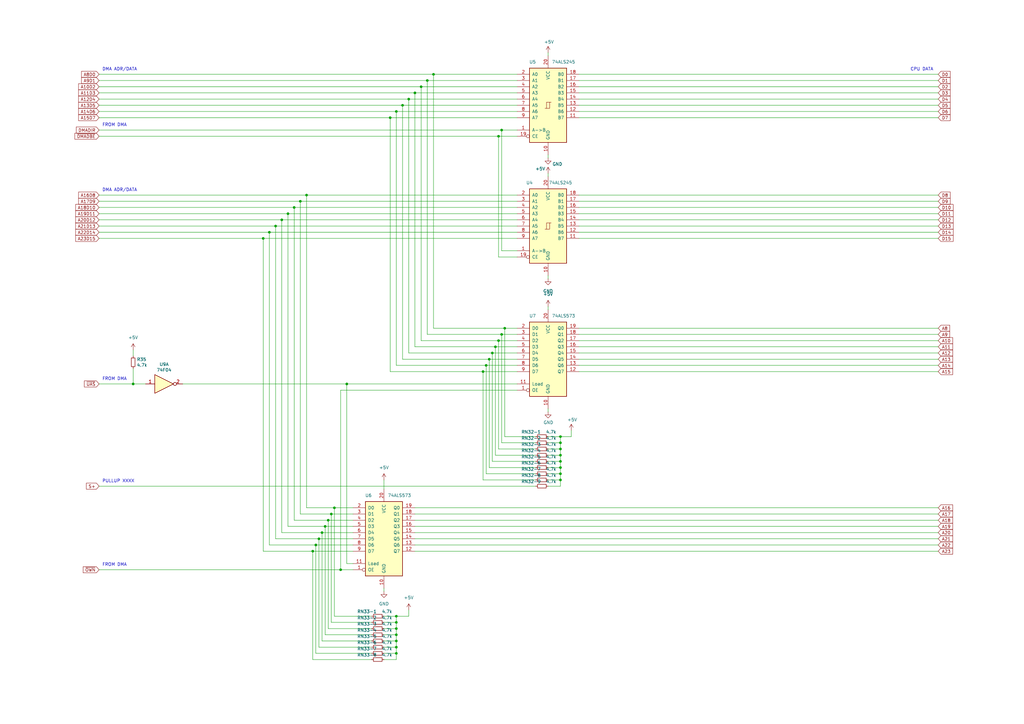
<source format=kicad_sch>
(kicad_sch (version 20211123) (generator eeschema)
  (paper "A3")
  (lib_symbols
    (symbol "74xx:74HC245" (pin_names (offset 1.016))
      (property "Reference" "U" (at -7.62 16.51 0))
      (property "Value" "74HC245" (at -7.62 -16.51 0))
      (symbol "74HC245_1_0"
        (polyline (pts (xy -0.635 -1.27) (xy -0.635 1.27) (xy 0.635 1.27)))
        (polyline (pts (xy -1.27 -1.27) (xy 0.635 -1.27) (xy 0.635 1.27) (xy 1.27 1.27)))
        (pin input line (at -12.7 -10.16 0) (length 5.08) (name "A->B") (number "1"))
        (pin power_in line (at 0 -20.32 90) (length 5.08) (name "GND") (number "10"))
        (pin tri_state line (at 12.7 -5.08 180) (length 5.08) (name "B7") (number "11"))
        (pin tri_state line (at 12.7 -2.54 180) (length 5.08) (name "B6") (number "12"))
        (pin tri_state line (at 12.7 0 180) (length 5.08) (name "B5") (number "13"))
        (pin tri_state line (at 12.7 2.54 180) (length 5.08) (name "B4") (number "14"))
        (pin tri_state line (at 12.7 5.08 180) (length 5.08) (name "B3") (number "15"))
        (pin tri_state line (at 12.7 7.62 180) (length 5.08) (name "B2") (number "16"))
        (pin tri_state line (at 12.7 10.16 180) (length 5.08) (name "B1") (number "17"))
        (pin tri_state line (at 12.7 12.7 180) (length 5.08) (name "B0") (number "18"))
        (pin input inverted (at -12.7 -12.7 0) (length 5.08) (name "CE") (number "19"))
        (pin tri_state line (at -12.7 12.7 0) (length 5.08) (name "A0") (number "2"))
        (pin power_in line (at 0 20.32 270) (length 5.08) (name "VCC") (number "20"))
        (pin tri_state line (at -12.7 10.16 0) (length 5.08) (name "A1") (number "3"))
        (pin tri_state line (at -12.7 7.62 0) (length 5.08) (name "A2") (number "4"))
        (pin tri_state line (at -12.7 5.08 0) (length 5.08) (name "A3") (number "5"))
        (pin tri_state line (at -12.7 2.54 0) (length 5.08) (name "A4") (number "6"))
        (pin tri_state line (at -12.7 0 0) (length 5.08) (name "A5") (number "7"))
        (pin tri_state line (at -12.7 -2.54 0) (length 5.08) (name "A6") (number "8"))
        (pin tri_state line (at -12.7 -5.08 0) (length 5.08) (name "A7") (number "9"))
      )
      (symbol "74HC245_1_1"
        (rectangle (start -7.62 15.24) (end 7.62 -15.24) (stroke (width 0.254)) (fill (type background)))
      )
    )
    (symbol "74xx:74LS04"
      (property "Reference" "U" (at 0 1.27 0))
      (property "Value" "74LS04" (at 0 -1.27 0))
      (symbol "74LS04_1_0"
        (polyline (pts (xy -3.81 3.81) (xy -3.81 -3.81) (xy 3.81 0) (xy -3.81 3.81)) (stroke (width 0.254)) (fill (type background)))
        (pin input line (at -7.62 0 0) (length 3.81) (name "~") (number "1"))
        (pin output inverted (at 7.62 0 180) (length 3.81) (name "~") (number "2"))
      )
      (symbol "74LS04_2_0"
        (polyline (pts (xy -3.81 3.81) (xy -3.81 -3.81) (xy 3.81 0) (xy -3.81 3.81)) (stroke (width 0.254)) (fill (type background)))
        (pin input line (at -7.62 0 0) (length 3.81) (name "~") (number "3"))
        (pin output inverted (at 7.62 0 180) (length 3.81) (name "~") (number "4"))
      )
      (symbol "74LS04_3_0"
        (polyline (pts (xy -3.81 3.81) (xy -3.81 -3.81) (xy 3.81 0) (xy -3.81 3.81)) (stroke (width 0.254)) (fill (type background)))
        (pin input line (at -7.62 0 0) (length 3.81) (name "~") (number "5"))
        (pin output inverted (at 7.62 0 180) (length 3.81) (name "~") (number "6"))
      )
      (symbol "74LS04_4_0"
        (polyline (pts (xy -3.81 3.81) (xy -3.81 -3.81) (xy 3.81 0) (xy -3.81 3.81)) (stroke (width 0.254)) (fill (type background)))
        (pin output inverted (at 7.62 0 180) (length 3.81) (name "~") (number "8"))
        (pin input line (at -7.62 0 0) (length 3.81) (name "~") (number "9"))
      )
      (symbol "74LS04_5_0"
        (polyline (pts (xy -3.81 3.81) (xy -3.81 -3.81) (xy 3.81 0) (xy -3.81 3.81)) (stroke (width 0.254)) (fill (type background)))
        (pin output inverted (at 7.62 0 180) (length 3.81) (name "~") (number "10"))
        (pin input line (at -7.62 0 0) (length 3.81) (name "~") (number "11"))
      )
      (symbol "74LS04_6_0"
        (polyline (pts (xy -3.81 3.81) (xy -3.81 -3.81) (xy 3.81 0) (xy -3.81 3.81)) (stroke (width 0.254)) (fill (type background)))
        (pin output inverted (at 7.62 0 180) (length 3.81) (name "~") (number "12"))
        (pin input line (at -7.62 0 0) (length 3.81) (name "~") (number "13"))
      )
      (symbol "74LS04_7_0"
        (pin power_in line (at 0 12.7 270) (length 5.08) (name "VCC") (number "14"))
        (pin power_in line (at 0 -12.7 90) (length 5.08) (name "GND") (number "7"))
      )
      (symbol "74LS04_7_1"
        (rectangle (start -5.08 7.62) (end 5.08 -7.62) (stroke (width 0.254)) (fill (type background)))
      )
    )
    (symbol "74xx:74LS573" (pin_names (offset 1.016))
      (property "Reference" "U" (at -7.62 16.51 0))
      (property "Value" "74LS573" (at -7.62 -16.51 0))
      (symbol "74LS573_1_0"
        (pin input inverted (at -12.7 -12.7 0) (length 5.08) (name "OE") (number "1"))
        (pin power_in line (at 0 -20.32 90) (length 5.08) (name "GND") (number "10"))
        (pin input line (at -12.7 -10.16 0) (length 5.08) (name "Load") (number "11"))
        (pin tri_state line (at 12.7 -5.08 180) (length 5.08) (name "Q7") (number "12"))
        (pin tri_state line (at 12.7 -2.54 180) (length 5.08) (name "Q6") (number "13"))
        (pin tri_state line (at 12.7 0 180) (length 5.08) (name "Q5") (number "14"))
        (pin tri_state line (at 12.7 2.54 180) (length 5.08) (name "Q4") (number "15"))
        (pin tri_state line (at 12.7 5.08 180) (length 5.08) (name "Q3") (number "16"))
        (pin tri_state line (at 12.7 7.62 180) (length 5.08) (name "Q2") (number "17"))
        (pin tri_state line (at 12.7 10.16 180) (length 5.08) (name "Q1") (number "18"))
        (pin tri_state line (at 12.7 12.7 180) (length 5.08) (name "Q0") (number "19"))
        (pin input line (at -12.7 12.7 0) (length 5.08) (name "D0") (number "2"))
        (pin power_in line (at 0 20.32 270) (length 5.08) (name "VCC") (number "20"))
        (pin input line (at -12.7 10.16 0) (length 5.08) (name "D1") (number "3"))
        (pin input line (at -12.7 7.62 0) (length 5.08) (name "D2") (number "4"))
        (pin input line (at -12.7 5.08 0) (length 5.08) (name "D3") (number "5"))
        (pin input line (at -12.7 2.54 0) (length 5.08) (name "D4") (number "6"))
        (pin input line (at -12.7 0 0) (length 5.08) (name "D5") (number "7"))
        (pin input line (at -12.7 -2.54 0) (length 5.08) (name "D6") (number "8"))
        (pin input line (at -12.7 -5.08 0) (length 5.08) (name "D7") (number "9"))
      )
      (symbol "74LS573_1_1"
        (rectangle (start -7.62 15.24) (end 7.62 -15.24) (stroke (width 0.254)) (fill (type background)))
      )
    )
    (symbol "Device:R_Small" (pin_numbers hide) (pin_names (offset 0.254) hide)
      (property "Reference" "R" (at 0.762 0.508 0))
      (property "Value" "R_Small" (at 0.762 -1.016 0))
      (symbol "R_Small_0_1"
        (rectangle (start -0.762 1.778) (end 0.762 -1.778) (stroke (width 0.2032)))
      )
      (symbol "R_Small_1_1"
        (pin passive line (at 0 2.54 270) (length 0.762) (name "~") (number "1"))
        (pin passive line (at 0 -2.54 90) (length 0.762) (name "~") (number "2"))
      )
    )
    (symbol "power:+5V" (power) (pin_names (offset 0))
      (property "Value" "+5V" (at 0 3.556 0))
      (symbol "+5V_0_1"
        (polyline (pts (xy -0.762 1.27) (xy 0 2.54)))
        (polyline (pts (xy 0 0) (xy 0 2.54)))
        (polyline (pts (xy 0 2.54) (xy 0.762 1.27)))
      )
      (symbol "+5V_1_1"
        (pin power_in line (at 0 0 90) (length 0) hide (name "+5V") (number "1"))
      )
    )
    (symbol "power:GND" (power) (pin_names (offset 0))
      (property "Value" "GND" (at 0 -3.81 0))
      (symbol "GND_0_1"
        (polyline (pts (xy 0 0) (xy 0 -1.27) (xy 1.27 -1.27) (xy 0 -2.54) (xy -1.27 -1.27) (xy 0 -1.27)))
      )
      (symbol "GND_1_1"
        (pin power_in line (at 0 0 270) (length 0) hide (name "GND") (number "1"))
      )
    )
  )
  (junction (at 229.87 179.07))
  (junction (at 118.11 87.63))
  (junction (at 130.81 220.98))
  (junction (at 165.1 43.18))
  (junction (at 229.87 194.31))
  (junction (at 203.2 142.24))
  (junction (at 229.87 181.61))
  (junction (at 175.26 33.02))
  (junction (at 110.49 95.25))
  (junction (at 123.19 82.55))
  (junction (at 128.27 226.06))
  (junction (at 172.72 35.56))
  (junction (at 167.64 40.64))
  (junction (at 162.56 265.43))
  (junction (at 199.39 149.86))
  (junction (at 142.24 157.48))
  (junction (at 162.56 262.89))
  (junction (at 120.65 85.09))
  (junction (at 162.56 267.97))
  (junction (at 132.08 218.44))
  (junction (at 115.57 90.17))
  (junction (at 54.61 157.48))
  (junction (at 139.7 233.68))
  (junction (at 205.74 53.34))
  (junction (at 204.47 55.88))
  (junction (at 200.66 147.32))
  (junction (at 229.87 196.85))
  (junction (at 229.87 191.77))
  (junction (at 170.18 38.1))
  (junction (at 113.03 92.71))
  (junction (at 107.95 97.79))
  (junction (at 135.89 210.82))
  (junction (at 125.73 80.01))
  (junction (at 229.87 186.69))
  (junction (at 201.93 144.78))
  (junction (at 229.87 189.23))
  (junction (at 162.56 255.27))
  (junction (at 177.8 30.48))
  (junction (at 204.47 139.7))
  (junction (at 162.56 260.35))
  (junction (at 205.74 137.16))
  (junction (at 162.56 257.81))
  (junction (at 134.62 213.36))
  (junction (at 160.02 48.26))
  (junction (at 162.56 252.73))
  (junction (at 207.01 134.62))
  (junction (at 129.54 223.52))
  (junction (at 229.87 184.15))
  (junction (at 137.16 208.28))
  (junction (at 198.12 152.4))
  (junction (at 133.35 215.9))
  (junction (at 162.56 45.72))
  (wire (pts (xy 118.11 87.63) (xy 40.64 87.63)))
  (wire (pts (xy 162.56 45.72) (xy 40.64 45.72)))
  (wire (pts (xy 224.79 196.85) (xy 229.87 196.85)))
  (wire (pts (xy 203.2 142.24) (xy 212.09 142.24)))
  (wire (pts (xy 157.48 267.97) (xy 162.56 267.97)))
  (wire (pts (xy 177.8 30.48) (xy 177.8 134.62)))
  (wire (pts (xy 120.65 85.09) (xy 212.09 85.09)))
  (wire (pts (xy 40.64 43.18) (xy 165.1 43.18)))
  (wire (pts (xy 224.79 63.5) (xy 224.79 64.77)))
  (wire (pts (xy 237.49 40.64) (xy 384.81 40.64)))
  (wire (pts (xy 207.01 179.07) (xy 219.71 179.07)))
  (wire (pts (xy 237.49 152.4) (xy 384.81 152.4)))
  (wire (pts (xy 157.48 265.43) (xy 162.56 265.43)))
  (wire (pts (xy 237.49 147.32) (xy 384.81 147.32)))
  (wire (pts (xy 212.09 80.01) (xy 125.73 80.01)))
  (wire (pts (xy 54.61 143.51) (xy 54.61 146.05)))
  (wire (pts (xy 207.01 134.62) (xy 207.01 179.07)))
  (wire (pts (xy 130.81 220.98) (xy 144.78 220.98)))
  (wire (pts (xy 162.56 149.86) (xy 162.56 45.72)))
  (wire (pts (xy 134.62 257.81) (xy 152.4 257.81)))
  (wire (pts (xy 205.74 53.34) (xy 40.64 53.34)))
  (wire (pts (xy 130.81 220.98) (xy 130.81 265.43)))
  (wire (pts (xy 175.26 33.02) (xy 212.09 33.02)))
  (wire (pts (xy 237.49 82.55) (xy 384.81 82.55)))
  (wire (pts (xy 199.39 149.86) (xy 162.56 149.86)))
  (wire (pts (xy 170.18 226.06) (xy 384.81 226.06)))
  (wire (pts (xy 120.65 213.36) (xy 134.62 213.36)))
  (wire (pts (xy 170.18 215.9) (xy 384.81 215.9)))
  (wire (pts (xy 132.08 262.89) (xy 152.4 262.89)))
  (wire (pts (xy 224.79 191.77) (xy 229.87 191.77)))
  (wire (pts (xy 212.09 35.56) (xy 172.72 35.56)))
  (wire (pts (xy 170.18 208.28) (xy 384.81 208.28)))
  (wire (pts (xy 125.73 80.01) (xy 40.64 80.01)))
  (wire (pts (xy 237.49 137.16) (xy 384.81 137.16)))
  (wire (pts (xy 229.87 196.85) (xy 229.87 199.39)))
  (wire (pts (xy 384.81 213.36) (xy 170.18 213.36)))
  (wire (pts (xy 162.56 252.73) (xy 162.56 255.27)))
  (wire (pts (xy 142.24 157.48) (xy 212.09 157.48)))
  (wire (pts (xy 157.48 270.51) (xy 162.56 270.51)))
  (wire (pts (xy 54.61 157.48) (xy 40.64 157.48)))
  (wire (pts (xy 237.49 45.72) (xy 384.81 45.72)))
  (wire (pts (xy 201.93 144.78) (xy 212.09 144.78)))
  (wire (pts (xy 204.47 184.15) (xy 204.47 139.7)))
  (wire (pts (xy 224.79 179.07) (xy 229.87 179.07)))
  (wire (pts (xy 204.47 139.7) (xy 212.09 139.7)))
  (wire (pts (xy 162.56 255.27) (xy 162.56 257.81)))
  (wire (pts (xy 384.81 144.78) (xy 237.49 144.78)))
  (wire (pts (xy 198.12 152.4) (xy 198.12 196.85)))
  (wire (pts (xy 229.87 194.31) (xy 229.87 196.85)))
  (wire (pts (xy 237.49 90.17) (xy 384.81 90.17)))
  (wire (pts (xy 157.48 260.35) (xy 162.56 260.35)))
  (wire (pts (xy 229.87 189.23) (xy 229.87 186.69)))
  (wire (pts (xy 137.16 208.28) (xy 137.16 252.73)))
  (wire (pts (xy 237.49 134.62) (xy 384.81 134.62)))
  (wire (pts (xy 177.8 30.48) (xy 40.64 30.48)))
  (wire (pts (xy 237.49 87.63) (xy 384.81 87.63)))
  (wire (pts (xy 129.54 267.97) (xy 152.4 267.97)))
  (wire (pts (xy 115.57 218.44) (xy 132.08 218.44)))
  (wire (pts (xy 110.49 95.25) (xy 110.49 223.52)))
  (wire (pts (xy 224.79 194.31) (xy 229.87 194.31)))
  (wire (pts (xy 205.74 137.16) (xy 205.74 181.61)))
  (wire (pts (xy 113.03 92.71) (xy 40.64 92.71)))
  (wire (pts (xy 135.89 210.82) (xy 144.78 210.82)))
  (wire (pts (xy 212.09 55.88) (xy 204.47 55.88)))
  (wire (pts (xy 54.61 151.13) (xy 54.61 157.48)))
  (wire (pts (xy 199.39 149.86) (xy 212.09 149.86)))
  (wire (pts (xy 384.81 218.44) (xy 170.18 218.44)))
  (wire (pts (xy 229.87 191.77) (xy 229.87 189.23)))
  (wire (pts (xy 170.18 220.98) (xy 384.81 220.98)))
  (wire (pts (xy 167.64 252.73) (xy 167.64 250.19)))
  (wire (pts (xy 384.81 139.7) (xy 237.49 139.7)))
  (wire (pts (xy 115.57 90.17) (xy 212.09 90.17)))
  (wire (pts (xy 40.64 48.26) (xy 160.02 48.26)))
  (wire (pts (xy 237.49 33.02) (xy 384.81 33.02)))
  (wire (pts (xy 128.27 270.51) (xy 152.4 270.51)))
  (wire (pts (xy 237.49 85.09) (xy 384.81 85.09)))
  (wire (pts (xy 224.79 21.59) (xy 224.79 22.86)))
  (wire (pts (xy 237.49 30.48) (xy 384.81 30.48)))
  (wire (pts (xy 160.02 152.4) (xy 198.12 152.4)))
  (wire (pts (xy 212.09 53.34) (xy 205.74 53.34)))
  (wire (pts (xy 134.62 213.36) (xy 144.78 213.36)))
  (wire (pts (xy 40.64 33.02) (xy 175.26 33.02)))
  (wire (pts (xy 200.66 147.32) (xy 212.09 147.32)))
  (wire (pts (xy 165.1 43.18) (xy 165.1 147.32)))
  (wire (pts (xy 234.315 179.07) (xy 234.315 176.53)))
  (wire (pts (xy 212.09 82.55) (xy 123.19 82.55)))
  (wire (pts (xy 212.09 152.4) (xy 198.12 152.4)))
  (wire (pts (xy 165.1 43.18) (xy 212.09 43.18)))
  (wire (pts (xy 123.19 210.82) (xy 135.89 210.82)))
  (wire (pts (xy 205.74 137.16) (xy 212.09 137.16)))
  (wire (pts (xy 123.19 82.55) (xy 40.64 82.55)))
  (wire (pts (xy 212.09 87.63) (xy 118.11 87.63)))
  (wire (pts (xy 128.27 226.06) (xy 107.95 226.06)))
  (wire (pts (xy 162.56 270.51) (xy 162.56 267.97)))
  (wire (pts (xy 237.49 95.25) (xy 384.81 95.25)))
  (wire (pts (xy 207.01 134.62) (xy 212.09 134.62)))
  (wire (pts (xy 162.56 267.97) (xy 162.56 265.43)))
  (wire (pts (xy 224.79 167.64) (xy 224.79 168.91)))
  (wire (pts (xy 229.87 184.15) (xy 224.79 184.15)))
  (wire (pts (xy 203.2 142.24) (xy 203.2 186.69)))
  (wire (pts (xy 237.49 43.18) (xy 384.81 43.18)))
  (wire (pts (xy 172.72 139.7) (xy 204.47 139.7)))
  (wire (pts (xy 157.48 252.73) (xy 162.56 252.73)))
  (wire (pts (xy 199.39 194.31) (xy 199.39 149.86)))
  (wire (pts (xy 120.65 213.36) (xy 120.65 85.09)))
  (wire (pts (xy 162.56 262.89) (xy 162.56 260.35)))
  (wire (pts (xy 135.89 210.82) (xy 135.89 255.27)))
  (wire (pts (xy 219.71 194.31) (xy 199.39 194.31)))
  (wire (pts (xy 137.16 252.73) (xy 152.4 252.73)))
  (wire (pts (xy 54.61 157.48) (xy 59.69 157.48)))
  (wire (pts (xy 157.48 196.85) (xy 157.48 200.66)))
  (wire (pts (xy 157.48 241.3) (xy 157.48 242.57)))
  (wire (pts (xy 157.48 262.89) (xy 162.56 262.89)))
  (wire (pts (xy 204.47 55.88) (xy 204.47 105.41)))
  (wire (pts (xy 133.35 215.9) (xy 133.35 260.35)))
  (wire (pts (xy 237.49 97.79) (xy 384.81 97.79)))
  (wire (pts (xy 128.27 270.51) (xy 128.27 226.06)))
  (wire (pts (xy 224.79 71.12) (xy 224.79 72.39)))
  (wire (pts (xy 110.49 95.25) (xy 212.09 95.25)))
  (wire (pts (xy 144.78 233.68) (xy 139.7 233.68)))
  (wire (pts (xy 200.66 147.32) (xy 200.66 191.77)))
  (wire (pts (xy 224.79 186.69) (xy 229.87 186.69)))
  (wire (pts (xy 139.7 233.68) (xy 139.7 160.02)))
  (wire (pts (xy 172.72 139.7) (xy 172.72 35.56)))
  (wire (pts (xy 237.49 38.1) (xy 384.81 38.1)))
  (wire (pts (xy 107.95 97.79) (xy 40.64 97.79)))
  (wire (pts (xy 40.64 38.1) (xy 170.18 38.1)))
  (wire (pts (xy 205.74 102.87) (xy 205.74 53.34)))
  (wire (pts (xy 212.09 40.64) (xy 167.64 40.64)))
  (wire (pts (xy 170.18 142.24) (xy 203.2 142.24)))
  (wire (pts (xy 113.03 220.98) (xy 130.81 220.98)))
  (wire (pts (xy 162.56 260.35) (xy 162.56 257.81)))
  (wire (pts (xy 162.56 257.81) (xy 157.48 257.81)))
  (wire (pts (xy 229.87 186.69) (xy 229.87 184.15)))
  (wire (pts (xy 132.08 218.44) (xy 132.08 262.89)))
  (wire (pts (xy 144.78 208.28) (xy 137.16 208.28)))
  (wire (pts (xy 229.87 181.61) (xy 224.79 181.61)))
  (wire (pts (xy 144.78 226.06) (xy 128.27 226.06)))
  (wire (pts (xy 130.81 265.43) (xy 152.4 265.43)))
  (wire (pts (xy 384.81 149.86) (xy 237.49 149.86)))
  (wire (pts (xy 40.64 95.25) (xy 110.49 95.25)))
  (wire (pts (xy 212.09 30.48) (xy 177.8 30.48)))
  (wire (pts (xy 40.64 85.09) (xy 120.65 85.09)))
  (wire (pts (xy 205.74 181.61) (xy 219.71 181.61)))
  (wire (pts (xy 115.57 218.44) (xy 115.57 90.17)))
  (wire (pts (xy 204.47 105.41) (xy 212.09 105.41)))
  (wire (pts (xy 160.02 48.26) (xy 212.09 48.26)))
  (wire (pts (xy 212.09 97.79) (xy 107.95 97.79)))
  (wire (pts (xy 118.11 215.9) (xy 133.35 215.9)))
  (wire (pts (xy 177.8 134.62) (xy 207.01 134.62)))
  (wire (pts (xy 170.18 210.82) (xy 384.81 210.82)))
  (wire (pts (xy 198.12 196.85) (xy 219.71 196.85)))
  (wire (pts (xy 229.87 179.07) (xy 234.315 179.07)))
  (wire (pts (xy 133.35 215.9) (xy 144.78 215.9)))
  (wire (pts (xy 201.93 144.78) (xy 167.64 144.78)))
  (wire (pts (xy 132.08 218.44) (xy 144.78 218.44)))
  (wire (pts (xy 40.64 90.17) (xy 115.57 90.17)))
  (wire (pts (xy 167.64 144.78) (xy 167.64 40.64)))
  (wire (pts (xy 139.7 233.68) (xy 40.64 233.68)))
  (wire (pts (xy 118.11 87.63) (xy 118.11 215.9)))
  (wire (pts (xy 107.95 226.06) (xy 107.95 97.79)))
  (wire (pts (xy 237.49 35.56) (xy 384.81 35.56)))
  (wire (pts (xy 384.81 223.52) (xy 170.18 223.52)))
  (wire (pts (xy 110.49 223.52) (xy 129.54 223.52)))
  (wire (pts (xy 133.35 260.35) (xy 152.4 260.35)))
  (wire (pts (xy 237.49 48.26) (xy 384.81 48.26)))
  (wire (pts (xy 170.18 38.1) (xy 170.18 142.24)))
  (wire (pts (xy 175.26 137.16) (xy 205.74 137.16)))
  (wire (pts (xy 162.56 252.73) (xy 167.64 252.73)))
  (wire (pts (xy 142.24 231.14) (xy 142.24 157.48)))
  (wire (pts (xy 129.54 223.52) (xy 129.54 267.97)))
  (wire (pts (xy 201.93 189.23) (xy 219.71 189.23)))
  (wire (pts (xy 162.56 265.43) (xy 162.56 262.89)))
  (wire (pts (xy 162.56 255.27) (xy 157.48 255.27)))
  (wire (pts (xy 229.87 181.61) (xy 229.87 184.15)))
  (wire (pts (xy 201.93 189.23) (xy 201.93 144.78)))
  (wire (pts (xy 139.7 160.02) (xy 212.09 160.02)))
  (wire (pts (xy 212.09 45.72) (xy 162.56 45.72)))
  (wire (pts (xy 229.87 179.07) (xy 229.87 181.61)))
  (wire (pts (xy 224.79 199.39) (xy 229.87 199.39)))
  (wire (pts (xy 229.87 194.31) (xy 229.87 191.77)))
  (wire (pts (xy 224.79 189.23) (xy 229.87 189.23)))
  (wire (pts (xy 40.64 199.39) (xy 219.71 199.39)))
  (wire (pts (xy 170.18 38.1) (xy 212.09 38.1)))
  (wire (pts (xy 203.2 186.69) (xy 219.71 186.69)))
  (wire (pts (xy 204.47 55.88) (xy 40.64 55.88)))
  (wire (pts (xy 129.54 223.52) (xy 144.78 223.52)))
  (wire (pts (xy 160.02 48.26) (xy 160.02 152.4)))
  (wire (pts (xy 224.79 125.73) (xy 224.79 127)))
  (wire (pts (xy 113.03 92.71) (xy 113.03 220.98)))
  (wire (pts (xy 175.26 33.02) (xy 175.26 137.16)))
  (wire (pts (xy 125.73 208.28) (xy 125.73 80.01)))
  (wire (pts (xy 134.62 213.36) (xy 134.62 257.81)))
  (wire (pts (xy 74.93 157.48) (xy 142.24 157.48)))
  (wire (pts (xy 200.66 191.77) (xy 219.71 191.77)))
  (wire (pts (xy 237.49 80.01) (xy 384.81 80.01)))
  (wire (pts (xy 224.79 113.03) (xy 224.79 114.3)))
  (wire (pts (xy 237.49 92.71) (xy 384.81 92.71)))
  (wire (pts (xy 165.1 147.32) (xy 200.66 147.32)))
  (wire (pts (xy 144.78 231.14) (xy 142.24 231.14)))
  (wire (pts (xy 212.09 92.71) (xy 113.03 92.71)))
  (wire (pts (xy 167.64 40.64) (xy 40.64 40.64)))
  (wire (pts (xy 219.71 184.15) (xy 204.47 184.15)))
  (wire (pts (xy 212.09 102.87) (xy 205.74 102.87)))
  (wire (pts (xy 135.89 255.27) (xy 152.4 255.27)))
  (wire (pts (xy 123.19 82.55) (xy 123.19 210.82)))
  (wire (pts (xy 137.16 208.28) (xy 125.73 208.28)))
  (wire (pts (xy 237.49 142.24) (xy 384.81 142.24)))
  (wire (pts (xy 172.72 35.56) (xy 40.64 35.56)))
  (text "DMA ADR/DATA\n" (at 41.91 29.21 0) (effects (font (size 1.27 1.27)) (justify left bottom)))
  (text "FROM DMA" (at 41.91 52.07 0) (effects (font (size 1.27 1.27)) (justify left bottom)))
  (text "PULLUP XXXX" (at 41.91 198.12 0) (effects (font (size 1.27 1.27)) (justify left bottom)))
  (text "FROM DMA" (at 41.91 156.21 0) (effects (font (size 1.27 1.27)) (justify left bottom)))
  (text "CPU DATA" (at 373.38 29.21 0) (effects (font (size 1.27 1.27)) (justify left bottom)))
  (text "DMA ADR/DATA\n" (at 41.91 78.74 0) (effects (font (size 1.27 1.27)) (justify left bottom)))
  (text "FROM DMA" (at 41.91 232.41 0) (effects (font (size 1.27 1.27)) (justify left bottom)))
  (global_label "D9" (shape input) (at 384.81 82.55 0) (property "Intersheet References" "${INTERSHEET_REFS}" (effects hide)))
  (global_label "DMADIR" (shape input) (at 40.64 53.34 180) (property "Intersheet References" "${INTERSHEET_REFS}" (effects hide)))
  (global_label "D12" (shape input) (at 384.81 90.17 0) (property "Intersheet References" "${INTERSHEET_REFS}" (effects hide)))
  (global_label "A11D3" (shape input) (at 40.64 38.1 180) (property "Intersheet References" "${INTERSHEET_REFS}" (effects hide)))
  (global_label "A21" (shape input) (at 384.81 220.98 0) (property "Intersheet References" "${INTERSHEET_REFS}" (effects hide)))
  (global_label "A13" (shape input) (at 384.81 147.32 0) (property "Intersheet References" "${INTERSHEET_REFS}" (effects hide)))
  (global_label "A19" (shape input) (at 384.81 215.9 0) (property "Intersheet References" "${INTERSHEET_REFS}" (effects hide)))
  (global_label "S+" (shape input) (at 40.64 199.39 180) (property "Intersheet References" "${INTERSHEET_REFS}" (effects hide)))
  (global_label "A20" (shape input) (at 384.81 218.44 0) (property "Intersheet References" "${INTERSHEET_REFS}" (effects hide)))
  (global_label "A15" (shape input) (at 384.81 152.4 0) (property "Intersheet References" "${INTERSHEET_REFS}" (effects hide)))
  (global_label "D5" (shape input) (at 384.81 43.18 0) (property "Intersheet References" "${INTERSHEET_REFS}" (effects hide)))
  (global_label "~{DMADBE}" (shape input) (at 40.64 55.88 180) (property "Intersheet References" "${INTERSHEET_REFS}" (effects hide)))
  (global_label "D4" (shape input) (at 384.81 40.64 0) (property "Intersheet References" "${INTERSHEET_REFS}" (effects hide)))
  (global_label "~{OWN}" (shape input) (at 40.64 233.68 180) (property "Intersheet References" "${INTERSHEET_REFS}" (effects hide)))
  (global_label "D6" (shape input) (at 384.81 45.72 0) (property "Intersheet References" "${INTERSHEET_REFS}" (effects hide)))
  (global_label "D14" (shape input) (at 384.81 95.25 0) (property "Intersheet References" "${INTERSHEET_REFS}" (effects hide)))
  (global_label "A14D6" (shape input) (at 40.64 45.72 180) (property "Intersheet References" "${INTERSHEET_REFS}" (effects hide)))
  (global_label "D11" (shape input) (at 384.81 87.63 0) (property "Intersheet References" "${INTERSHEET_REFS}" (effects hide)))
  (global_label "D15" (shape input) (at 384.81 97.79 0) (property "Intersheet References" "${INTERSHEET_REFS}" (effects hide)))
  (global_label "A22D14" (shape input) (at 40.64 95.25 180) (property "Intersheet References" "${INTERSHEET_REFS}" (effects hide)))
  (global_label "D10" (shape input) (at 384.81 85.09 0) (property "Intersheet References" "${INTERSHEET_REFS}" (effects hide)))
  (global_label "A22" (shape input) (at 384.81 223.52 0) (property "Intersheet References" "${INTERSHEET_REFS}" (effects hide)))
  (global_label "~{UAS}" (shape input) (at 40.64 157.48 180) (property "Intersheet References" "${INTERSHEET_REFS}" (effects hide)))
  (global_label "D7" (shape input) (at 384.81 48.26 0) (property "Intersheet References" "${INTERSHEET_REFS}" (effects hide)))
  (global_label "A18D10" (shape input) (at 40.64 85.09 180) (property "Intersheet References" "${INTERSHEET_REFS}" (effects hide)))
  (global_label "A12D4" (shape input) (at 40.64 40.64 180) (property "Intersheet References" "${INTERSHEET_REFS}" (effects hide)))
  (global_label "A18" (shape input) (at 384.81 213.36 0) (property "Intersheet References" "${INTERSHEET_REFS}" (effects hide)))
  (global_label "D1" (shape input) (at 384.81 33.02 0) (property "Intersheet References" "${INTERSHEET_REFS}" (effects hide)))
  (global_label "A19D11" (shape input) (at 40.64 87.63 180) (property "Intersheet References" "${INTERSHEET_REFS}" (effects hide)))
  (global_label "A8D0" (shape input) (at 40.64 30.48 180) (property "Intersheet References" "${INTERSHEET_REFS}" (effects hide)))
  (global_label "D8" (shape input) (at 384.81 80.01 0) (property "Intersheet References" "${INTERSHEET_REFS}" (effects hide)))
  (global_label "A11" (shape input) (at 384.81 142.24 0) (property "Intersheet References" "${INTERSHEET_REFS}" (effects hide)))
  (global_label "D13" (shape input) (at 384.81 92.71 0) (property "Intersheet References" "${INTERSHEET_REFS}" (effects hide)))
  (global_label "D0" (shape input) (at 384.81 30.48 0) (property "Intersheet References" "${INTERSHEET_REFS}" (effects hide)))
  (global_label "A17D9" (shape input) (at 40.64 82.55 180) (property "Intersheet References" "${INTERSHEET_REFS}" (effects hide)))
  (global_label "A14" (shape input) (at 384.81 149.86 0) (property "Intersheet References" "${INTERSHEET_REFS}" (effects hide)))
  (global_label "A23" (shape input) (at 384.81 226.06 0) (property "Intersheet References" "${INTERSHEET_REFS}" (effects hide)))
  (global_label "A12" (shape input) (at 384.81 144.78 0) (property "Intersheet References" "${INTERSHEET_REFS}" (effects hide)))
  (global_label "A16" (shape input) (at 384.81 208.28 0) (property "Intersheet References" "${INTERSHEET_REFS}" (effects hide)))
  (global_label "A20D12" (shape input) (at 40.64 90.17 180) (property "Intersheet References" "${INTERSHEET_REFS}" (effects hide)))
  (global_label "A17" (shape input) (at 384.81 210.82 0) (property "Intersheet References" "${INTERSHEET_REFS}" (effects hide)))
  (global_label "D2" (shape input) (at 384.81 35.56 0) (property "Intersheet References" "${INTERSHEET_REFS}" (effects hide)))
  (global_label "A8" (shape input) (at 384.81 134.62 0) (property "Intersheet References" "${INTERSHEET_REFS}" (effects hide)))
  (global_label "D3" (shape input) (at 384.81 38.1 0) (property "Intersheet References" "${INTERSHEET_REFS}" (effects hide)))
  (global_label "A9" (shape input) (at 384.81 137.16 0) (property "Intersheet References" "${INTERSHEET_REFS}" (effects hide)))
  (global_label "A9D1" (shape input) (at 40.64 33.02 180) (property "Intersheet References" "${INTERSHEET_REFS}" (effects hide)))
  (global_label "A15D7" (shape input) (at 40.64 48.26 180) (property "Intersheet References" "${INTERSHEET_REFS}" (effects hide)))
  (global_label "A23D15" (shape input) (at 40.64 97.79 180) (property "Intersheet References" "${INTERSHEET_REFS}" (effects hide)))
  (global_label "A10D2" (shape input) (at 40.64 35.56 180) (property "Intersheet References" "${INTERSHEET_REFS}" (effects hide)))
  (global_label "A10" (shape input) (at 384.81 139.7 0) (property "Intersheet References" "${INTERSHEET_REFS}" (effects hide)))
  (global_label "A21D13" (shape input) (at 40.64 92.71 180) (property "Intersheet References" "${INTERSHEET_REFS}" (effects hide)))
  (global_label "A16D8" (shape input) (at 40.64 80.01 180) (property "Intersheet References" "${INTERSHEET_REFS}" (effects hide)))
  (global_label "A13D5" (shape input) (at 40.64 43.18 180) (property "Intersheet References" "${INTERSHEET_REFS}" (effects hide)))
  (symbol (lib_id "74xx:74HC245") (at 224.79 43.18 0) (unit 1)
    (property "Reference" "U5" (at 218.44 25.4 0))
    (property "Value" "74ALS245" (at 231.14 25.4 0))
    (property "Footprint" "Package_DIP:DIP-20_W7.62mm" (effects hide))
    (property "Datasheet" "http://www.ti.com/lit/gpn/sn74HC245" (effects hide))
  )
  (symbol (lib_id "74xx:74HC245") (at 224.79 92.71 0) (unit 1)
    (property "Reference" "U4" (at 217.17 74.93 0))
    (property "Value" "74ALS245" (at 229.87 74.93 0))
    (property "Footprint" "Package_DIP:DIP-20_W7.62mm" (effects hide))
    (property "Datasheet" "http://www.ti.com/lit/gpn/sn74HC245" (effects hide))
  )
  (symbol (lib_id "power:+5V") (at 224.79 21.59 0) (unit 1)
    (property "Reference" "#PWR0111" (effects hide))
    (property "Value" "+5V" (at 225.171 17.1958 0))
  )
  (symbol (lib_id "74xx:74LS573") (at 224.79 147.32 0) (unit 1)
    (property "Reference" "U7" (at 218.44 129.54 0))
    (property "Value" "74ALS573" (at 231.14 129.54 0))
    (property "Footprint" "Package_DIP:DIP-20_W7.62mm" (effects hide))
    (property "Datasheet" "74xx/74hc573.pdf" (effects hide))
  )
  (symbol (lib_id "power:GND") (at 224.79 168.91 0) (unit 1)
    (property "Reference" "#PWR0116" (effects hide))
    (property "Value" "GND" (at 224.917 173.3042 0))
  )
  (symbol (lib_id "power:+5V") (at 234.315 176.53 0) (unit 1)
    (property "Reference" "#PWR0117" (effects hide))
    (property "Value" "+5V" (at 234.696 172.1358 0))
  )
  (symbol (lib_id "74xx:74LS573") (at 157.48 220.98 0) (unit 1)
    (property "Reference" "U6" (at 151.13 203.2 0))
    (property "Value" "74ALS573" (at 163.83 203.2 0))
    (property "Footprint" "Package_DIP:DIP-20_W7.62mm" (effects hide))
    (property "Datasheet" "74xx/74hc573.pdf" (effects hide))
  )
  (symbol (lib_id "74xx:74LS04") (at 67.31 157.48 0) (unit 1)
    (property "Reference" "U9" (at 67.31 149.4282 0))
    (property "Value" "74F04" (at 67.31 151.7396 0))
    (property "Footprint" "Package_DIP:DIP-14_W7.62mm" (effects hide))
    (property "Datasheet" "http://www.ti.com/lit/gpn/sn74LS04" (effects hide))
  )
  (symbol (lib_id "Device:R_Small") (at 54.61 148.59 0) (unit 1)
    (property "Reference" "R35" (at 56.1086 147.4216 0) (effects (justify left)))
    (property "Value" "4.7k" (at 56.1086 149.733 0) (effects (justify left)))
    (property "Footprint" "Resistor_SMD:R_0402_1005Metric" (effects hide))
  )
  (symbol (lib_id "power:+5V") (at 157.48 196.85 0) (unit 1)
    (property "Reference" "#PWR0110" (effects hide))
    (property "Value" "+5V" (at 157.48 191.77 0))
  )
  (symbol (lib_id "power:+5V") (at 167.64 250.19 0) (unit 1)
    (property "Reference" "#PWR0109" (effects hide))
    (property "Value" "+5V" (at 167.64 245.11 0))
  )
  (symbol (lib_id "Device:R_Small") (at 222.25 191.77 90) (unit 1)
    (property "Reference" "RN32-6" (at 217.805 189.865 90))
    (property "Value" "4.7k" (at 226.06 189.865 90))
    (property "Footprint" "Resistor_SMD:R_0402_1005Metric" (effects hide))
  )
  (symbol (lib_id "Device:R_Small") (at 222.25 184.15 90) (unit 1)
    (property "Reference" "RN32-3" (at 217.805 182.245 90))
    (property "Value" "4.7k" (at 226.06 182.245 90))
    (property "Footprint" "Resistor_SMD:R_0402_1005Metric" (effects hide))
  )
  (symbol (lib_id "Device:R_Small") (at 154.94 260.35 90) (unit 1)
    (property "Reference" "RN33-4" (at 150.495 258.445 90))
    (property "Value" "4.7k" (at 158.75 258.445 90))
    (property "Footprint" "Resistor_SMD:R_0402_1005Metric" (effects hide))
  )
  (symbol (lib_id "Device:R_Small") (at 154.94 270.51 90) (unit 1)
    (property "Reference" "RN33-8" (at 150.495 268.605 90))
    (property "Value" "4.7k" (at 158.75 268.605 90))
    (property "Footprint" "Resistor_SMD:R_0402_1005Metric" (effects hide))
  )
  (symbol (lib_id "power:+5V") (at 224.79 71.12 0) (unit 1)
    (property "Reference" "#PWR0118" (effects hide))
    (property "Value" "+5V" (at 221.615 69.215 0))
  )
  (symbol (lib_id "Device:R_Small") (at 154.94 252.73 90) (unit 1)
    (property "Reference" "RN33-1" (at 150.495 250.825 90))
    (property "Value" "4.7k" (at 158.75 250.825 90))
    (property "Footprint" "Resistor_SMD:R_0402_1005Metric" (effects hide))
  )
  (symbol (lib_id "Device:R_Small") (at 222.25 194.31 90) (unit 1)
    (property "Reference" "RN32-7" (at 217.805 192.405 90))
    (property "Value" "4.7k" (at 226.06 192.405 90))
    (property "Footprint" "Resistor_SMD:R_0402_1005Metric" (effects hide))
  )
  (symbol (lib_id "Device:R_Small") (at 222.25 196.85 90) (unit 1)
    (property "Reference" "RN32-8" (at 217.805 194.945 90))
    (property "Value" "4.7k" (at 226.06 194.945 90))
    (property "Footprint" "Resistor_SMD:R_0402_1005Metric" (effects hide))
  )
  (symbol (lib_id "power:GND") (at 224.79 114.3 0) (unit 1)
    (property "Reference" "#PWR0115" (effects hide))
    (property "Value" "GND" (at 224.79 119.38 0))
  )
  (symbol (lib_id "Device:R_Small") (at 222.25 179.07 90) (unit 1)
    (property "Reference" "RN32-1" (at 217.805 177.165 90))
    (property "Value" "4.7k" (at 226.06 177.165 90))
    (property "Footprint" "Resistor_SMD:R_0402_1005Metric" (effects hide))
  )
  (symbol (lib_id "Device:R_Small") (at 222.25 199.39 90) (unit 1)
    (property "Reference" "RN32-9" (at 217.805 197.485 90))
    (property "Value" "4.7k" (at 226.06 197.485 90))
    (property "Footprint" "Resistor_SMD:R_0402_1005Metric" (effects hide))
  )
  (symbol (lib_id "power:GND") (at 157.48 242.57 0) (unit 1)
    (property "Reference" "#PWR0113" (effects hide))
    (property "Value" "GND" (at 157.48 247.65 0))
  )
  (symbol (lib_id "Device:R_Small") (at 222.25 186.69 90) (unit 1)
    (property "Reference" "RN32-4" (at 217.805 184.785 90))
    (property "Value" "4.7k" (at 226.06 184.785 90))
    (property "Footprint" "Resistor_SMD:R_0402_1005Metric" (effects hide))
  )
  (symbol (lib_id "Device:R_Small") (at 154.94 265.43 90) (unit 1)
    (property "Reference" "RN33-6" (at 150.495 263.525 90))
    (property "Value" "4.7k" (at 158.75 263.525 90))
    (property "Footprint" "Resistor_SMD:R_0402_1005Metric" (effects hide))
  )
  (symbol (lib_id "Device:R_Small") (at 222.25 189.23 90) (unit 1)
    (property "Reference" "RN32-5" (at 217.805 187.325 90))
    (property "Value" "4.7k" (at 226.06 187.325 90))
    (property "Footprint" "Resistor_SMD:R_0402_1005Metric" (effects hide))
  )
  (symbol (lib_id "Device:R_Small") (at 154.94 262.89 90) (unit 1)
    (property "Reference" "RN33-5" (at 150.495 260.985 90))
    (property "Value" "4.7k" (at 158.75 260.985 90))
    (property "Footprint" "Resistor_SMD:R_0402_1005Metric" (effects hide))
  )
  (symbol (lib_id "Device:R_Small") (at 154.94 255.27 90) (unit 1)
    (property "Reference" "RN33-2" (at 150.495 253.365 90))
    (property "Value" "4.7k" (at 158.75 253.365 90))
    (property "Footprint" "Resistor_SMD:R_0402_1005Metric" (effects hide))
  )
  (symbol (lib_id "Device:R_Small") (at 154.94 267.97 90) (unit 1)
    (property "Reference" "RN33-7" (at 150.495 266.065 90))
    (property "Value" "4.7k" (at 158.75 266.065 90))
    (property "Footprint" "Resistor_SMD:R_0402_1005Metric" (effects hide))
  )
  (symbol (lib_id "Device:R_Small") (at 154.94 257.81 90) (unit 1)
    (property "Reference" "RN33-3" (at 150.495 255.905 90))
    (property "Value" "4.7k" (at 158.75 255.905 90))
    (property "Footprint" "Resistor_SMD:R_0402_1005Metric" (effects hide))
  )
  (symbol (lib_id "power:+5V") (at 54.61 143.51 0) (unit 1)
    (property "Reference" "#PWR0112" (effects hide))
    (property "Value" "+5V" (at 54.61 138.43 0))
  )
  (symbol (lib_id "power:+5V") (at 224.79 125.73 0) (unit 1)
    (property "Reference" "#PWR0114" (effects hide))
    (property "Value" "+5V" (at 224.79 120.65 0))
  )
  (symbol (lib_id "power:GND") (at 224.79 64.77 0) (unit 1)
    (property "Reference" "#PWR0119" (effects hide))
    (property "Value" "GND" (at 228.6 67.31 0))
  )
  (symbol (lib_id "Device:R_Small") (at 222.25 181.61 90) (unit 1)
    (property "Reference" "RN32-2" (at 217.805 179.705 90))
    (property "Value" "4.7k" (at 226.06 179.705 90))
    (property "Footprint" "Resistor_SMD:R_0402_1005Metric" (effects hide))
  )
)
</source>
